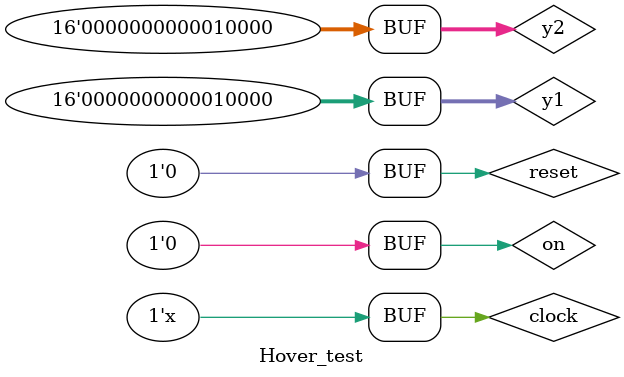
<source format=v>
`timescale 1ns / 1ps


module Hover_test;

	// Inputs
	reg clock;
	reg [15:0] y1;
	reg [15:0] y2;
	reg reset;
	reg on;

	// Outputs
	wire [7:0] hover;

	// Instantiate the Unit Under Test (UUT)
	Hover uut (
		.clock(clock),  
		.y1(y1), 
		.y2(y2), 
		.reset(reset), 
		.on(on),
		.hover(hover)
	);

	always #5 clock = !clock;
	initial begin
		// Initialize Inputs
		clock = 0;
		y1 = 0;
		y2 = 0;
		reset = 0;
		on = 0;

		// Wait 100 ns for global reset to finish
		#100;
        
		// Add stimulus here
		y1 = 20;
		y2 = 20;
		
		#20
		y1 = 12;
		y2 = 12;
		
		#20
		on = 1;
		
		#20
		y1 = 8;
		y2 = 8;
		
		#20
		on = 0;
		
		#20
		y1 = 4;
		y2 = 4;
		
		#20
		y1 = 16;
		y2 = 16;
	end
      
endmodule


</source>
